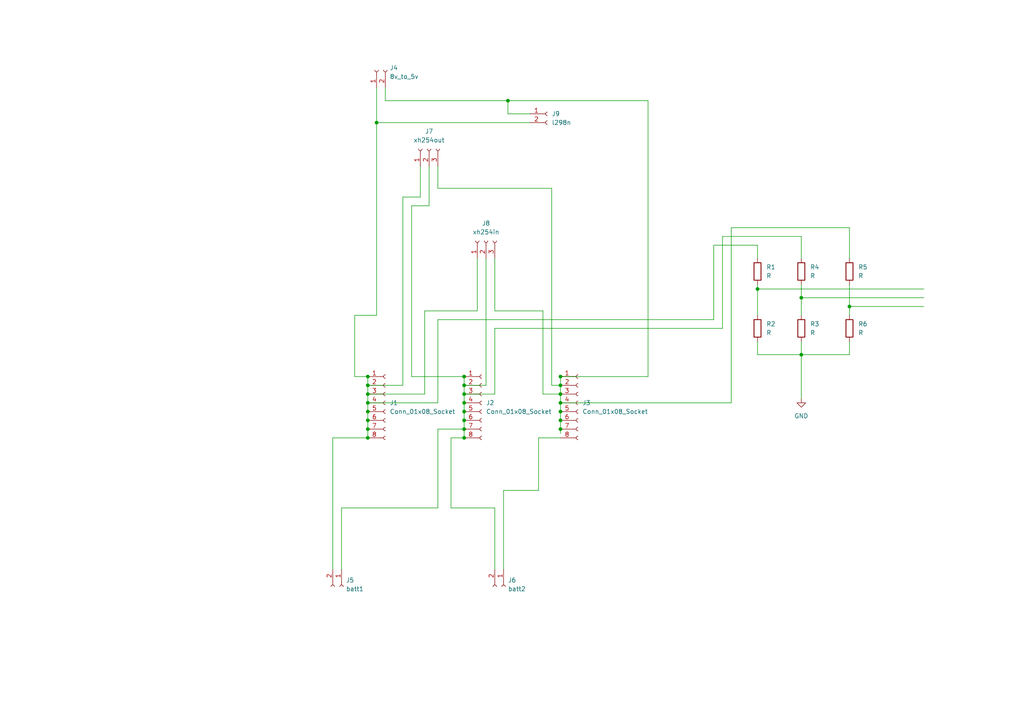
<source format=kicad_sch>
(kicad_sch (version 20230121) (generator eeschema)
  (paper "A4")
  (lib_symbols
    (symbol "Connector:Conn_01x02_Socket" (pin_names (offset 1.016) hide)
      (property "Reference" "J" (at 0 2.54 0))
      (property "Value" "Conn_01x02_Socket" (at 0 -5.08 0))
      (symbol "Conn_01x02_Socket_1_1"
        (arc (start 0 -2.032) (mid -0.5058 -2.54) (end 0 -3.048) (stroke (width 0.1524)))
        (polyline (pts (xy -1.27 -2.54) (xy -0.508 -2.54)) (stroke (width 0.1524)))
        (polyline (pts (xy -1.27 0) (xy -0.508 0)) (stroke (width 0.1524)))
        (arc (start 0 0.508) (mid -0.5058 0) (end 0 -0.508) (stroke (width 0.1524)))
        (pin passive line (at -5.08 0 0) (length 3.81) (name "Pin_1") (number "1"))
        (pin passive line (at -5.08 -2.54 0) (length 3.81) (name "Pin_2") (number "2"))
      )
    )
    (symbol "Connector:Conn_01x03_Socket" (pin_names (offset 1.016) hide)
      (property "Reference" "J" (at 0 5.08 0))
      (property "Value" "Conn_01x03_Socket" (at 0 -5.08 0))
      (symbol "Conn_01x03_Socket_1_1"
        (arc (start 0 -2.032) (mid -0.5058 -2.54) (end 0 -3.048) (stroke (width 0.1524)))
        (polyline (pts (xy -1.27 -2.54) (xy -0.508 -2.54)) (stroke (width 0.1524)))
        (polyline (pts (xy -1.27 0) (xy -0.508 0)) (stroke (width 0.1524)))
        (polyline (pts (xy -1.27 2.54) (xy -0.508 2.54)) (stroke (width 0.1524)))
        (arc (start 0 0.508) (mid -0.5058 0) (end 0 -0.508) (stroke (width 0.1524)))
        (arc (start 0 3.048) (mid -0.5058 2.54) (end 0 2.032) (stroke (width 0.1524)))
        (pin passive line (at -5.08 2.54 0) (length 3.81) (name "Pin_1") (number "1"))
        (pin passive line (at -5.08 0 0) (length 3.81) (name "Pin_2") (number "2"))
        (pin passive line (at -5.08 -2.54 0) (length 3.81) (name "Pin_3") (number "3"))
      )
    )
    (symbol "Connector:Conn_01x08_Socket" (pin_names (offset 1.016) hide)
      (property "Reference" "J" (at 0 10.16 0))
      (property "Value" "Conn_01x08_Socket" (at 0 -12.7 0))
      (symbol "Conn_01x08_Socket_1_1"
        (arc (start 0 -9.652) (mid -0.5058 -10.16) (end 0 -10.668) (stroke (width 0.1524)))
        (arc (start 0 -7.112) (mid -0.5058 -7.62) (end 0 -8.128) (stroke (width 0.1524)))
        (arc (start 0 -4.572) (mid -0.5058 -5.08) (end 0 -5.588) (stroke (width 0.1524)))
        (arc (start 0 -2.032) (mid -0.5058 -2.54) (end 0 -3.048) (stroke (width 0.1524)))
        (polyline (pts (xy -1.27 -10.16) (xy -0.508 -10.16)) (stroke (width 0.1524)))
        (polyline (pts (xy -1.27 -7.62) (xy -0.508 -7.62)) (stroke (width 0.1524)))
        (polyline (pts (xy -1.27 -5.08) (xy -0.508 -5.08)) (stroke (width 0.1524)))
        (polyline (pts (xy -1.27 -2.54) (xy -0.508 -2.54)) (stroke (width 0.1524)))
        (polyline (pts (xy -1.27 0) (xy -0.508 0)) (stroke (width 0.1524)))
        (polyline (pts (xy -1.27 2.54) (xy -0.508 2.54)) (stroke (width 0.1524)))
        (polyline (pts (xy -1.27 5.08) (xy -0.508 5.08)) (stroke (width 0.1524)))
        (polyline (pts (xy -1.27 7.62) (xy -0.508 7.62)) (stroke (width 0.1524)))
        (arc (start 0 0.508) (mid -0.5058 0) (end 0 -0.508) (stroke (width 0.1524)))
        (arc (start 0 3.048) (mid -0.5058 2.54) (end 0 2.032) (stroke (width 0.1524)))
        (arc (start 0 5.588) (mid -0.5058 5.08) (end 0 4.572) (stroke (width 0.1524)))
        (arc (start 0 8.128) (mid -0.5058 7.62) (end 0 7.112) (stroke (width 0.1524)))
        (pin passive line (at -5.08 7.62 0) (length 3.81) (name "Pin_1") (number "1"))
        (pin passive line (at -5.08 5.08 0) (length 3.81) (name "Pin_2") (number "2"))
        (pin passive line (at -5.08 2.54 0) (length 3.81) (name "Pin_3") (number "3"))
        (pin passive line (at -5.08 0 0) (length 3.81) (name "Pin_4") (number "4"))
        (pin passive line (at -5.08 -2.54 0) (length 3.81) (name "Pin_5") (number "5"))
        (pin passive line (at -5.08 -5.08 0) (length 3.81) (name "Pin_6") (number "6"))
        (pin passive line (at -5.08 -7.62 0) (length 3.81) (name "Pin_7") (number "7"))
        (pin passive line (at -5.08 -10.16 0) (length 3.81) (name "Pin_8") (number "8"))
      )
    )
    (symbol "Device:R" (pin_numbers hide) (pin_names (offset 0))
      (property "Reference" "R" (at 2.032 0 90))
      (property "Value" "R" (at 0 0 90))
      (symbol "R_0_1"
        (rectangle (start -1.016 -2.54) (end 1.016 2.54) (stroke (width 0.254)))
      )
      (symbol "R_1_1"
        (pin passive line (at 0 3.81 270) (length 1.27) (name "~") (number "1"))
        (pin passive line (at 0 -3.81 90) (length 1.27) (name "~") (number "2"))
      )
    )
    (symbol "power:GND" (power) (pin_names (offset 0))
      (property "Value" "GND" (at 0 -3.81 0))
      (symbol "GND_0_1"
        (polyline (pts (xy 0 0) (xy 0 -1.27) (xy 1.27 -1.27) (xy 0 -2.54) (xy -1.27 -1.27) (xy 0 -1.27)))
      )
      (symbol "GND_1_1"
        (pin power_in line (at 0 0 270) (length 0) hide (name "GND") (number "1"))
      )
    )
  )
  (junction (at 106.68 119.38))
  (junction (at 162.56 114.3))
  (junction (at 106.68 109.22))
  (junction (at 134.62 119.38))
  (junction (at 147.32 29.21))
  (junction (at 162.56 109.22))
  (junction (at 106.68 121.92))
  (junction (at 106.68 114.3))
  (junction (at 106.68 116.84))
  (junction (at 219.71 83.82))
  (junction (at 134.62 124.46))
  (junction (at 134.62 114.3))
  (junction (at 162.56 124.46))
  (junction (at 232.41 102.87))
  (junction (at 134.62 109.22))
  (junction (at 134.62 116.84))
  (junction (at 162.56 116.84))
  (junction (at 232.41 86.36))
  (junction (at 134.62 127))
  (junction (at 246.38 88.9))
  (junction (at 162.56 119.38))
  (junction (at 106.68 124.46))
  (junction (at 106.68 127))
  (junction (at 109.22 35.56))
  (junction (at 106.68 111.76))
  (junction (at 162.56 111.76))
  (junction (at 134.62 121.92))
  (junction (at 162.56 121.92))
  (junction (at 134.62 111.76))
  (wire (pts (xy 232.41 82.55) (xy 232.41 86.36)))
  (wire (pts (xy 102.87 109.22) (xy 102.87 91.44)))
  (wire (pts (xy 116.84 111.76) (xy 116.84 57.15)))
  (wire (pts (xy 130.81 127) (xy 134.62 127)))
  (wire (pts (xy 232.41 68.58) (xy 232.41 74.93)))
  (wire (pts (xy 106.68 124.46) (xy 106.68 127)))
  (wire (pts (xy 96.52 165.1) (xy 96.52 127)))
  (wire (pts (xy 106.68 111.76) (xy 116.84 111.76)))
  (wire (pts (xy 123.19 114.3) (xy 106.68 114.3)))
  (wire (pts (xy 99.06 147.32) (xy 127 147.32)))
  (wire (pts (xy 162.56 114.3) (xy 162.56 116.84)))
  (wire (pts (xy 232.41 86.36) (xy 267.97 86.36)))
  (wire (pts (xy 134.62 124.46) (xy 134.62 127)))
  (wire (pts (xy 162.56 121.92) (xy 162.56 124.46)))
  (wire (pts (xy 246.38 82.55) (xy 246.38 88.9)))
  (wire (pts (xy 246.38 102.87) (xy 246.38 99.06)))
  (wire (pts (xy 143.51 114.3) (xy 143.51 95.25)))
  (wire (pts (xy 106.68 116.84) (xy 127 116.84)))
  (wire (pts (xy 153.67 33.02) (xy 147.32 33.02)))
  (wire (pts (xy 232.41 86.36) (xy 232.41 91.44)))
  (wire (pts (xy 143.51 95.25) (xy 209.55 95.25)))
  (wire (pts (xy 162.56 109.22) (xy 162.56 111.76)))
  (wire (pts (xy 147.32 33.02) (xy 147.32 29.21)))
  (wire (pts (xy 187.96 109.22) (xy 162.56 109.22)))
  (wire (pts (xy 99.06 147.32) (xy 99.06 165.1)))
  (wire (pts (xy 143.51 147.32) (xy 143.51 165.1)))
  (wire (pts (xy 119.38 109.22) (xy 134.62 109.22)))
  (wire (pts (xy 127 124.46) (xy 134.62 124.46)))
  (wire (pts (xy 123.19 90.17) (xy 123.19 114.3)))
  (wire (pts (xy 219.71 82.55) (xy 219.71 83.82)))
  (wire (pts (xy 143.51 147.32) (xy 130.81 147.32)))
  (wire (pts (xy 106.68 119.38) (xy 106.68 121.92)))
  (wire (pts (xy 119.38 59.69) (xy 119.38 109.22)))
  (wire (pts (xy 109.22 35.56) (xy 109.22 91.44)))
  (wire (pts (xy 157.48 90.17) (xy 157.48 114.3)))
  (wire (pts (xy 162.56 119.38) (xy 162.56 121.92)))
  (wire (pts (xy 134.62 109.22) (xy 134.62 111.76)))
  (wire (pts (xy 157.48 114.3) (xy 162.56 114.3)))
  (wire (pts (xy 246.38 88.9) (xy 267.97 88.9)))
  (wire (pts (xy 219.71 102.87) (xy 232.41 102.87)))
  (wire (pts (xy 146.05 165.1) (xy 146.05 142.24)))
  (wire (pts (xy 212.09 116.84) (xy 212.09 66.04)))
  (wire (pts (xy 134.62 121.92) (xy 134.62 124.46)))
  (wire (pts (xy 162.56 116.84) (xy 212.09 116.84)))
  (wire (pts (xy 147.32 29.21) (xy 187.96 29.21)))
  (wire (pts (xy 212.09 66.04) (xy 246.38 66.04)))
  (wire (pts (xy 156.21 142.24) (xy 156.21 127)))
  (wire (pts (xy 209.55 68.58) (xy 232.41 68.58)))
  (wire (pts (xy 140.97 111.76) (xy 134.62 111.76)))
  (wire (pts (xy 127 54.61) (xy 160.02 54.61)))
  (wire (pts (xy 134.62 116.84) (xy 134.62 119.38)))
  (wire (pts (xy 124.46 48.26) (xy 124.46 59.69)))
  (wire (pts (xy 109.22 35.56) (xy 153.67 35.56)))
  (wire (pts (xy 219.71 83.82) (xy 267.97 83.82)))
  (wire (pts (xy 106.68 111.76) (xy 106.68 114.3)))
  (wire (pts (xy 127 116.84) (xy 127 92.71)))
  (wire (pts (xy 111.76 29.21) (xy 111.76 25.4)))
  (wire (pts (xy 156.21 127) (xy 162.56 127)))
  (wire (pts (xy 111.76 29.21) (xy 147.32 29.21)))
  (wire (pts (xy 134.62 114.3) (xy 143.51 114.3)))
  (wire (pts (xy 207.01 92.71) (xy 207.01 71.12)))
  (wire (pts (xy 162.56 116.84) (xy 162.56 119.38)))
  (wire (pts (xy 106.68 109.22) (xy 106.68 111.76)))
  (wire (pts (xy 109.22 25.4) (xy 109.22 35.56)))
  (wire (pts (xy 219.71 99.06) (xy 219.71 102.87)))
  (wire (pts (xy 246.38 66.04) (xy 246.38 74.93)))
  (wire (pts (xy 160.02 54.61) (xy 160.02 111.76)))
  (wire (pts (xy 219.71 71.12) (xy 219.71 74.93)))
  (wire (pts (xy 106.68 109.22) (xy 102.87 109.22)))
  (wire (pts (xy 138.43 74.93) (xy 138.43 90.17)))
  (wire (pts (xy 232.41 102.87) (xy 232.41 115.57)))
  (wire (pts (xy 146.05 142.24) (xy 156.21 142.24)))
  (wire (pts (xy 143.51 74.93) (xy 143.51 90.17)))
  (wire (pts (xy 134.62 114.3) (xy 134.62 116.84)))
  (wire (pts (xy 160.02 111.76) (xy 162.56 111.76)))
  (wire (pts (xy 106.68 116.84) (xy 106.68 119.38)))
  (wire (pts (xy 96.52 127) (xy 106.68 127)))
  (wire (pts (xy 246.38 88.9) (xy 246.38 91.44)))
  (wire (pts (xy 209.55 95.25) (xy 209.55 68.58)))
  (wire (pts (xy 232.41 102.87) (xy 246.38 102.87)))
  (wire (pts (xy 130.81 147.32) (xy 130.81 127)))
  (wire (pts (xy 106.68 121.92) (xy 106.68 124.46)))
  (wire (pts (xy 127 48.26) (xy 127 54.61)))
  (wire (pts (xy 187.96 29.21) (xy 187.96 109.22)))
  (wire (pts (xy 106.68 114.3) (xy 106.68 116.84)))
  (wire (pts (xy 121.92 57.15) (xy 121.92 48.26)))
  (wire (pts (xy 102.87 91.44) (xy 109.22 91.44)))
  (wire (pts (xy 140.97 74.93) (xy 140.97 111.76)))
  (wire (pts (xy 143.51 90.17) (xy 157.48 90.17)))
  (wire (pts (xy 116.84 57.15) (xy 121.92 57.15)))
  (wire (pts (xy 219.71 83.82) (xy 219.71 91.44)))
  (wire (pts (xy 134.62 111.76) (xy 134.62 114.3)))
  (wire (pts (xy 162.56 124.46) (xy 162.56 125.73)))
  (wire (pts (xy 124.46 59.69) (xy 119.38 59.69)))
  (wire (pts (xy 134.62 119.38) (xy 134.62 121.92)))
  (wire (pts (xy 232.41 102.87) (xy 232.41 99.06)))
  (wire (pts (xy 138.43 90.17) (xy 123.19 90.17)))
  (wire (pts (xy 207.01 71.12) (xy 219.71 71.12)))
  (wire (pts (xy 162.56 111.76) (xy 162.56 114.3)))
  (wire (pts (xy 127 92.71) (xy 207.01 92.71)))
  (wire (pts (xy 127 147.32) (xy 127 124.46)))
  (symbol (lib_id "Connector:Conn_01x02_Socket") (at 109.22 20.32 90) (unit 1)
    (property "Reference" "J4" (at 113.03 19.685 90) (effects (justify right)))
    (property "Value" "8v_to_5v" (at 113.03 22.225 90) (effects (justify right)))
  )
  (symbol (lib_id "Device:R") (at 246.38 95.25 0) (unit 1)
    (property "Reference" "R6" (at 248.92 93.98 0) (effects (justify left)))
    (property "Value" "R" (at 248.92 96.52 0) (effects (justify left)))
  )
  (symbol (lib_id "power:GND") (at 232.41 115.57 0) (unit 1)
    (property "Reference" "#PWR01" (effects hide))
    (property "Value" "GND" (at 232.41 120.65 0))
  )
  (symbol (lib_id "Connector:Conn_01x03_Socket") (at 140.97 69.85 90) (unit 1)
    (property "Reference" "J8" (at 140.97 64.77 90))
    (property "Value" "xh254in" (at 140.97 67.31 90))
  )
  (symbol (lib_id "Connector:Conn_01x03_Socket") (at 124.46 43.18 90) (unit 1)
    (property "Reference" "J7" (at 124.46 38.1 90))
    (property "Value" "xh254out" (at 124.46 40.64 90))
  )
  (symbol (lib_id "Connector:Conn_01x08_Socket") (at 111.76 116.84 0) (unit 1)
    (property "Reference" "J1" (at 113.03 116.84 0) (effects (justify left)))
    (property "Value" "Conn_01x08_Socket" (at 113.03 119.38 0) (effects (justify left)))
  )
  (symbol (lib_id "Device:R") (at 219.71 95.25 0) (unit 1)
    (property "Reference" "R2" (at 222.25 93.98 0) (effects (justify left)))
    (property "Value" "R" (at 222.25 96.52 0) (effects (justify left)))
  )
  (symbol (lib_id "Connector:Conn_01x02_Socket") (at 99.06 170.18 270) (unit 1)
    (property "Reference" "J5" (at 100.33 168.275 90) (effects (justify left)))
    (property "Value" "batt1" (at 100.33 170.815 90) (effects (justify left)))
  )
  (symbol (lib_id "Device:R") (at 232.41 95.25 0) (unit 1)
    (property "Reference" "R3" (at 234.95 93.98 0) (effects (justify left)))
    (property "Value" "R" (at 234.95 96.52 0) (effects (justify left)))
  )
  (symbol (lib_id "Device:R") (at 219.71 78.74 0) (unit 1)
    (property "Reference" "R1" (at 222.25 77.47 0) (effects (justify left)))
    (property "Value" "R" (at 222.25 80.01 0) (effects (justify left)))
  )
  (symbol (lib_id "Connector:Conn_01x02_Socket") (at 158.75 33.02 0) (unit 1)
    (property "Reference" "J9" (at 160.02 33.02 0) (effects (justify left)))
    (property "Value" "l298n" (at 160.02 35.56 0) (effects (justify left)))
  )
  (symbol (lib_id "Connector:Conn_01x08_Socket") (at 139.7 116.84 0) (unit 1)
    (property "Reference" "J2" (at 140.97 116.84 0) (effects (justify left)))
    (property "Value" "Conn_01x08_Socket" (at 140.97 119.38 0) (effects (justify left)))
  )
  (symbol (lib_id "Connector:Conn_01x02_Socket") (at 146.05 170.18 270) (unit 1)
    (property "Reference" "J6" (at 147.32 168.275 90) (effects (justify left)))
    (property "Value" "batt2" (at 147.32 170.815 90) (effects (justify left)))
  )
  (symbol (lib_id "Device:R") (at 246.38 78.74 0) (unit 1)
    (property "Reference" "R5" (at 248.92 77.47 0) (effects (justify left)))
    (property "Value" "R" (at 248.92 80.01 0) (effects (justify left)))
  )
  (symbol (lib_id "Device:R") (at 232.41 78.74 0) (unit 1)
    (property "Reference" "R4" (at 234.95 77.47 0) (effects (justify left)))
    (property "Value" "R" (at 234.95 80.01 0) (effects (justify left)))
  )
  (symbol (lib_id "Connector:Conn_01x08_Socket") (at 167.64 116.84 0) (unit 1)
    (property "Reference" "J3" (at 168.91 116.84 0) (effects (justify left)))
    (property "Value" "Conn_01x08_Socket" (at 168.91 119.38 0) (effects (justify left)))
  )
)
</source>
